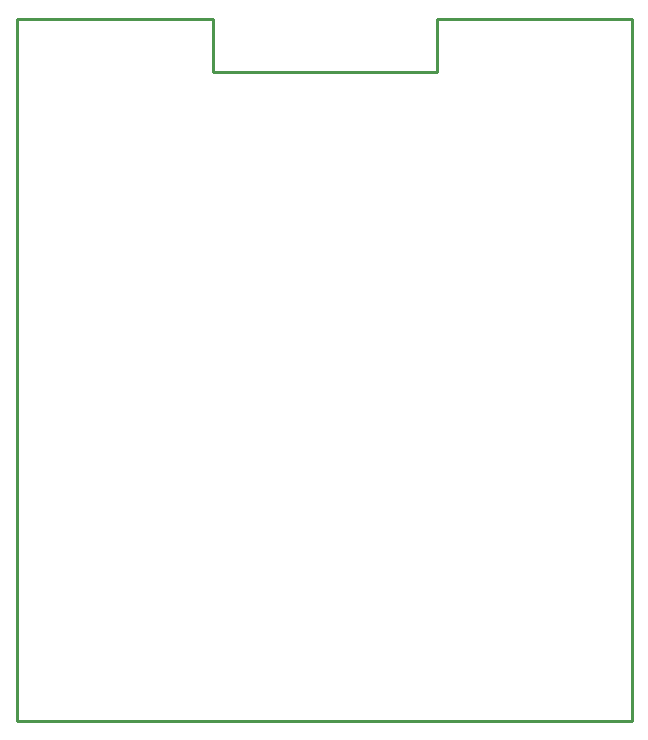
<source format=gko>
G04 Layer: BoardOutlineLayer*
G04 EasyEDA v6.5.38, 2023-11-28 08:19:45*
G04 5b7e501a1e2443daa6a4fc3441366d2c,52c161dc85b4440087471843f8ea1cfe,10*
G04 Gerber Generator version 0.2*
G04 Scale: 100 percent, Rotated: No, Reflected: No *
G04 Dimensions in millimeters *
G04 leading zeros omitted , absolute positions ,4 integer and 5 decimal *
%FSLAX45Y45*%
%MOMM*%

%ADD10C,0.2540*%
D10*
X6839965Y13994892D02*
G01*
X8500109Y13999971D01*
X8500109Y13549884D01*
X10400029Y13549884D01*
X10400029Y13999971D01*
X12044934Y13999971D01*
X12044934Y8055102D01*
X6839965Y8055102D01*
X6839965Y13815060D01*
X6839965Y13994892D01*

%LPD*%
M02*

</source>
